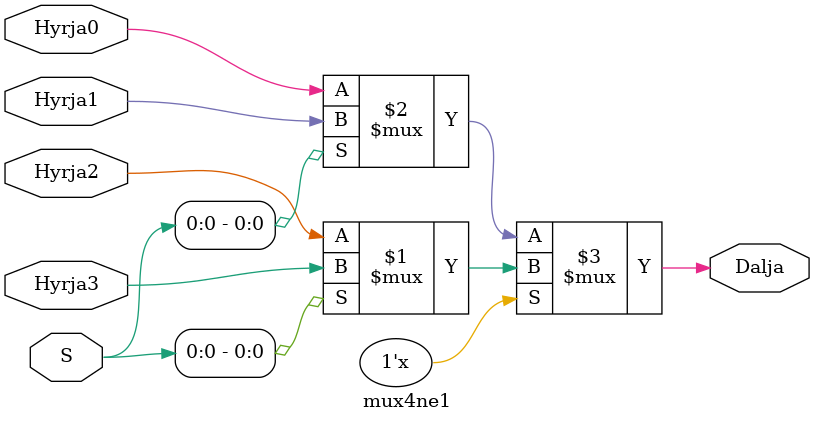
<source format=v>
module mux4ne1(
	input Hyrja0,
	input Hyrja1,
	input Hyrja2,
	input Hyrja3,
	input [1:0] S,
	output Dalja
	);
	assign Dalja =s[1] ? (S[0] ?Hyrja3 :Hyrja2) : (S[0] ? Hyrja1 :Hyrja0);
	
	endmodule 
	
	

</source>
